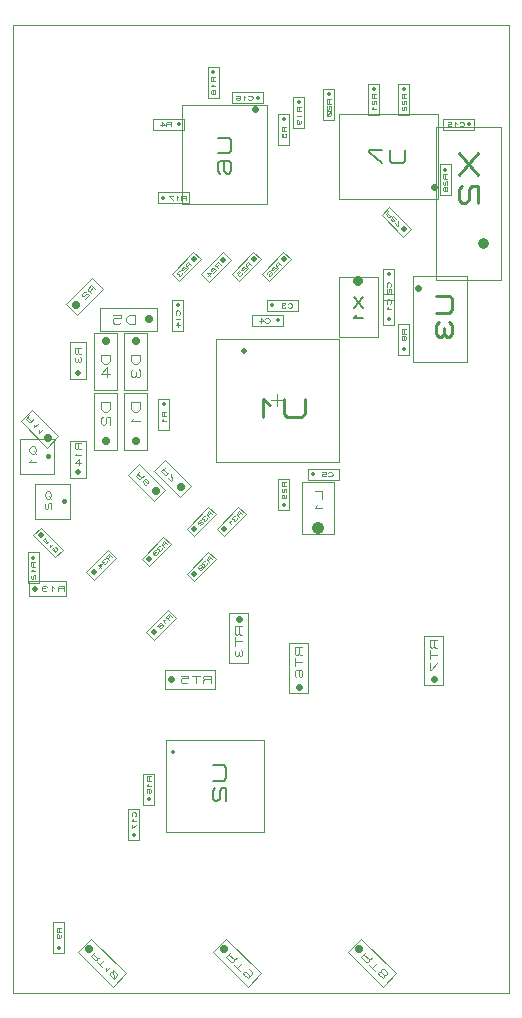
<source format=gbr>
G04 PROTEUS GERBER X2 FILE*
%TF.GenerationSoftware,Labcenter,Proteus,8.16-SP3-Build36097*%
%TF.CreationDate,2024-05-04T02:13:19+00:00*%
%TF.FileFunction,AssemblyDrawing,Bot*%
%TF.FilePolarity,Positive*%
%TF.Part,Single*%
%TF.SameCoordinates,{03efdd39-6268-421f-b844-547f2104f690}*%
%FSLAX45Y45*%
%MOMM*%
G01*
%TA.AperFunction,Material*%
%ADD137C,0.050000*%
%ADD164C,0.502920*%
%ADD165C,0.257850*%
%ADD54C,0.101600*%
%ADD150C,0.355600*%
%ADD151C,0.056890*%
%ADD166C,1.028700*%
%ADD167C,0.106210*%
%ADD168C,0.025400*%
%ADD148C,0.812800*%
%ADD169C,0.130990*%
%ADD170C,0.571500*%
%ADD171C,0.221060*%
%ADD172C,0.369000*%
%ADD173C,0.192560*%
%ADD174C,0.646570*%
%ADD175C,0.073890*%
%ADD176C,0.711200*%
%ADD177C,0.121370*%
%ADD178C,0.192480*%
%ADD135C,0.609600*%
%ADD147C,0.103120*%
%ADD179C,0.718420*%
%ADD180C,0.079920*%
%TA.AperFunction,Profile*%
%ADD34C,0.101600*%
%TA.AperFunction,Material*%
%ADD53C,0.100000*%
%ADD181C,0.900000*%
%ADD182C,0.268830*%
%ADD183C,0.406400*%
%ADD184C,0.096520*%
%ADD145C,0.508000*%
%ADD146C,0.076200*%
%TD.AperFunction*%
D137*
X+678698Y+1090226D02*
X+678698Y+50226D01*
X-361302Y+50226D01*
X-361302Y+1090226D01*
X+678698Y+1090226D01*
X+108698Y+570226D02*
X+208698Y+570226D01*
X+158698Y+520226D02*
X+158698Y+620226D01*
D164*
X-121302Y+990226D02*
X-121302Y+990226D01*
D165*
X+390766Y+583759D02*
X+390766Y+454832D01*
X+361758Y+429046D01*
X+245724Y+429046D01*
X+216715Y+454832D01*
X+216715Y+583759D01*
X+100681Y+532188D02*
X+42664Y+583759D01*
X+42664Y+429046D01*
D54*
X-52752Y+1199506D02*
X+208868Y+1199506D01*
X+208868Y+1290946D01*
X-52752Y+1290946D01*
X-52752Y+1199506D01*
D150*
X+164418Y+1245226D02*
X+164418Y+1245226D01*
D151*
X+59745Y+1233846D02*
X+66146Y+1228157D01*
X+85348Y+1228157D01*
X+98149Y+1239536D01*
X+98149Y+1250915D01*
X+85348Y+1262294D01*
X+66146Y+1262294D01*
X+59745Y+1256605D01*
X+8539Y+1239536D02*
X+46943Y+1239536D01*
X+21340Y+1262294D01*
X+21340Y+1228157D01*
D54*
X+417830Y-101756D02*
X+679450Y-101756D01*
X+679450Y-10316D01*
X+417830Y-10316D01*
X+417830Y-101756D01*
D150*
X+462280Y-56036D02*
X+462280Y-56036D01*
D151*
X+592557Y-67416D02*
X+598958Y-73105D01*
X+618160Y-73105D01*
X+630961Y-61726D01*
X+630961Y-50347D01*
X+618160Y-38968D01*
X+598958Y-38968D01*
X+592557Y-44657D01*
X+541351Y-38968D02*
X+573355Y-38968D01*
X+573355Y-50347D01*
X+547752Y-50347D01*
X+541351Y-56036D01*
X+541351Y-67416D01*
X+547752Y-73105D01*
X+566954Y-73105D01*
X+573355Y-67416D01*
D54*
X+373380Y-565150D02*
X+642620Y-565150D01*
X+642620Y-125730D01*
X+373380Y-125730D01*
X+373380Y-565150D01*
D166*
X+508000Y-508000D02*
X+508000Y-508000D01*
D167*
X+476136Y-195556D02*
X+539865Y-195556D01*
X+539865Y-267250D01*
X+497379Y-315046D02*
X+476136Y-338944D01*
X+539865Y-338944D01*
D54*
X+74248Y+1326506D02*
X+335868Y+1326506D01*
X+335868Y+1417946D01*
X+74248Y+1417946D01*
X+74248Y+1326506D01*
D150*
X+118698Y+1372226D02*
X+118698Y+1372226D01*
D151*
X+248975Y+1360846D02*
X+255376Y+1355157D01*
X+274578Y+1355157D01*
X+287379Y+1366536D01*
X+287379Y+1377915D01*
X+274578Y+1389294D01*
X+255376Y+1389294D01*
X+248975Y+1383605D01*
X+229773Y+1383605D02*
X+223372Y+1389294D01*
X+204170Y+1389294D01*
X+197769Y+1383605D01*
X+197769Y+1377915D01*
X+204170Y+1372226D01*
X+197769Y+1366536D01*
X+197769Y+1360846D01*
X+204170Y+1355157D01*
X+223372Y+1355157D01*
X+229773Y+1360846D01*
X+216971Y+1372226D02*
X+204170Y+1372226D01*
D54*
X+1056978Y+1210155D02*
X+1148418Y+1210155D01*
X+1148418Y+1471775D01*
X+1056978Y+1471775D01*
X+1056978Y+1210155D01*
D150*
X+1102698Y+1254605D02*
X+1102698Y+1254605D01*
D151*
X+1114078Y+1384882D02*
X+1119767Y+1391283D01*
X+1119767Y+1410485D01*
X+1108388Y+1423286D01*
X+1097009Y+1423286D01*
X+1085630Y+1410485D01*
X+1085630Y+1391283D01*
X+1091319Y+1384882D01*
X+1097009Y+1359279D02*
X+1085630Y+1346477D01*
X+1119767Y+1346477D01*
D54*
X+1056978Y+1418435D02*
X+1148418Y+1418435D01*
X+1148418Y+1680055D01*
X+1056978Y+1680055D01*
X+1056978Y+1418435D01*
D150*
X+1102698Y+1635605D02*
X+1102698Y+1635605D01*
D151*
X+1114078Y+1530932D02*
X+1119767Y+1537333D01*
X+1119767Y+1556535D01*
X+1108388Y+1569336D01*
X+1097009Y+1569336D01*
X+1085630Y+1556535D01*
X+1085630Y+1537333D01*
X+1091319Y+1530932D01*
X+1091319Y+1511730D02*
X+1085630Y+1505329D01*
X+1085630Y+1486127D01*
X+1091319Y+1479726D01*
X+1097009Y+1479726D01*
X+1102698Y+1486127D01*
X+1102698Y+1505329D01*
X+1108388Y+1511730D01*
X+1119767Y+1511730D01*
X+1119767Y+1479726D01*
D168*
X+682598Y+1108326D02*
X+1012698Y+1108326D01*
X+1012698Y+1616326D01*
X+682598Y+1616326D01*
X+682598Y+1108326D01*
D148*
X+847698Y+1578226D02*
X+847698Y+1578226D01*
D169*
X+808351Y+1440213D02*
X+886946Y+1351794D01*
X+886946Y+1440213D02*
X+808351Y+1351794D01*
X+834549Y+1292848D02*
X+808351Y+1263375D01*
X+886946Y+1263375D01*
D54*
X+1309425Y+895478D02*
X+1766625Y+895478D01*
X+1766625Y+1619378D01*
X+1309425Y+1619378D01*
X+1309425Y+895478D01*
D170*
X+1347525Y+1517778D02*
X+1347525Y+1517778D01*
D171*
X+1505043Y+1456385D02*
X+1615575Y+1456385D01*
X+1637682Y+1431516D01*
X+1637682Y+1332037D01*
X+1615575Y+1307168D01*
X+1505043Y+1307168D01*
X+1527150Y+1232559D02*
X+1505043Y+1207689D01*
X+1505043Y+1133080D01*
X+1527150Y+1108211D01*
X+1549256Y+1108211D01*
X+1571362Y+1133080D01*
X+1593469Y+1108211D01*
X+1615575Y+1108211D01*
X+1637682Y+1133080D01*
X+1637682Y+1207689D01*
X+1615575Y+1232559D01*
X+1571362Y+1182820D02*
X+1571362Y+1133080D01*
D137*
X-782426Y-2303650D02*
X-782426Y-3083650D01*
X+47574Y-2303650D02*
X+47574Y-3083650D01*
X-782426Y-2303650D02*
X+47574Y-2303650D01*
X-782426Y-3083650D02*
X+47574Y-3083650D01*
D172*
X-725426Y-2406650D02*
X-725426Y-2406650D01*
D173*
X-386219Y-2520346D02*
X-289939Y-2520346D01*
X-270683Y-2542009D01*
X-270683Y-2628661D01*
X-289939Y-2650324D01*
X-386219Y-2650324D01*
X-366963Y-2715313D02*
X-386219Y-2736976D01*
X-386219Y-2801965D01*
X-366963Y-2823628D01*
X-347707Y-2823628D01*
X-328451Y-2801965D01*
X-328451Y-2736976D01*
X-309195Y-2715313D01*
X-270683Y-2715313D01*
X-270683Y-2823628D01*
D54*
X-848022Y+321155D02*
X-756582Y+321155D01*
X-756582Y+582775D01*
X-848022Y+582775D01*
X-848022Y+321155D01*
D150*
X-802302Y+538325D02*
X-802302Y+538325D01*
D151*
X-785233Y+472056D02*
X-819370Y+472056D01*
X-819370Y+440053D01*
X-813681Y+433652D01*
X-807991Y+433652D01*
X-802302Y+440053D01*
X-802302Y+472056D01*
X-802302Y+440053D02*
X-796612Y+433652D01*
X-785233Y+433652D01*
X-807991Y+408049D02*
X-819370Y+395247D01*
X-785233Y+395247D01*
D54*
X-1632282Y+1385704D02*
X-1409572Y+1608415D01*
X-1316177Y+1515020D01*
X-1538888Y+1292310D01*
X-1632282Y+1385704D01*
D174*
X-1547868Y+1373132D02*
X-1547868Y+1373132D01*
D175*
X-1382143Y+1511101D02*
X-1413491Y+1542449D01*
X-1442881Y+1513060D01*
X-1443534Y+1501958D01*
X-1438309Y+1496733D01*
X-1427207Y+1497386D01*
X-1397817Y+1526775D01*
X-1427207Y+1497386D02*
X-1427859Y+1486283D01*
X-1417410Y+1475834D01*
X-1461167Y+1484324D02*
X-1472270Y+1483671D01*
X-1489904Y+1466037D01*
X-1490557Y+1454935D01*
X-1485332Y+1449710D01*
X-1474230Y+1450363D01*
X-1456596Y+1467996D01*
X-1445493Y+1468650D01*
X-1435043Y+1458200D01*
X-1464433Y+1428811D01*
D54*
X-1133382Y+152376D02*
X-943222Y+152376D01*
X-943222Y+632076D01*
X-1133382Y+632076D01*
X-1133382Y+152376D01*
D176*
X-1038302Y+222226D02*
X-1038302Y+222226D01*
D177*
X-1001889Y+554169D02*
X-1074714Y+554169D01*
X-1074714Y+499550D01*
X-1050439Y+472241D01*
X-1026164Y+472241D01*
X-1001889Y+499550D01*
X-1001889Y+554169D01*
X-1050439Y+417622D02*
X-1074714Y+390312D01*
X-1001889Y+390312D01*
D54*
X-1387382Y+152376D02*
X-1197222Y+152376D01*
X-1197222Y+632076D01*
X-1387382Y+632076D01*
X-1387382Y+152376D01*
D176*
X-1292302Y+222226D02*
X-1292302Y+222226D01*
D177*
X-1255889Y+554169D02*
X-1328714Y+554169D01*
X-1328714Y+499550D01*
X-1304439Y+472241D01*
X-1280164Y+472241D01*
X-1255889Y+499550D01*
X-1255889Y+554169D01*
X-1316577Y+431277D02*
X-1328714Y+417622D01*
X-1328714Y+376658D01*
X-1316577Y+363003D01*
X-1304439Y+363003D01*
X-1292302Y+376658D01*
X-1292302Y+417622D01*
X-1280164Y+431277D01*
X-1255889Y+431277D01*
X-1255889Y+363003D01*
D54*
X-1133382Y+660376D02*
X-943222Y+660376D01*
X-943222Y+1140076D01*
X-1133382Y+1140076D01*
X-1133382Y+660376D01*
D176*
X-1038302Y+1070226D02*
X-1038302Y+1070226D01*
D177*
X-1001889Y+956759D02*
X-1074714Y+956759D01*
X-1074714Y+902140D01*
X-1050439Y+874831D01*
X-1026164Y+874831D01*
X-1001889Y+902140D01*
X-1001889Y+956759D01*
X-1062577Y+833867D02*
X-1074714Y+820212D01*
X-1074714Y+779248D01*
X-1062577Y+765593D01*
X-1050439Y+765593D01*
X-1038302Y+779248D01*
X-1026164Y+765593D01*
X-1014026Y+765593D01*
X-1001889Y+779248D01*
X-1001889Y+820212D01*
X-1014026Y+833867D01*
X-1038302Y+806557D02*
X-1038302Y+779248D01*
D54*
X-1387382Y+660376D02*
X-1197222Y+660376D01*
X-1197222Y+1140076D01*
X-1387382Y+1140076D01*
X-1387382Y+660376D01*
D176*
X-1292302Y+1070226D02*
X-1292302Y+1070226D01*
D177*
X-1255889Y+956759D02*
X-1328714Y+956759D01*
X-1328714Y+902140D01*
X-1304439Y+874831D01*
X-1280164Y+874831D01*
X-1255889Y+902140D01*
X-1255889Y+956759D01*
X-1280164Y+765593D02*
X-1280164Y+847521D01*
X-1328714Y+792902D01*
X-1255889Y+792902D01*
D54*
X-727969Y+1157488D02*
X-636529Y+1157488D01*
X-636529Y+1419108D01*
X-727969Y+1419108D01*
X-727969Y+1157488D01*
D150*
X-682249Y+1374658D02*
X-682249Y+1374658D01*
D151*
X-670869Y+1295588D02*
X-665180Y+1301989D01*
X-665180Y+1321191D01*
X-676559Y+1333992D01*
X-687938Y+1333992D01*
X-699317Y+1321191D01*
X-699317Y+1301989D01*
X-693628Y+1295588D01*
X-687938Y+1269985D02*
X-699317Y+1257183D01*
X-665180Y+1257183D01*
X-676559Y+1193176D02*
X-676559Y+1231580D01*
X-699317Y+1205977D01*
X-665180Y+1205977D01*
D54*
X+1228800Y+1952845D02*
X+1043807Y+2137838D01*
X+1108465Y+2202496D01*
X+1293458Y+2017503D01*
X+1228800Y+1952845D01*
D164*
X+1229698Y+2016605D02*
X+1229698Y+2016605D01*
D151*
X+1101786Y+2168657D02*
X+1077647Y+2144518D01*
X+1100277Y+2121889D01*
X+1108826Y+2121385D01*
X+1112849Y+2125409D01*
X+1112346Y+2133958D01*
X+1089716Y+2156587D01*
X+1112346Y+2133958D02*
X+1120895Y+2133455D01*
X+1128942Y+2141501D01*
X+1122404Y+2107808D02*
X+1122907Y+2099259D01*
X+1136485Y+2085681D01*
X+1145034Y+2085177D01*
X+1149057Y+2089201D01*
X+1148554Y+2097750D01*
X+1134976Y+2111328D01*
X+1134473Y+2119877D01*
X+1142519Y+2127923D01*
X+1165150Y+2105293D01*
X+1154589Y+2067577D02*
X+1177219Y+2044947D01*
X+1181242Y+2048969D01*
X+1178727Y+2091715D01*
D54*
X+167978Y+2734155D02*
X+259418Y+2734155D01*
X+259418Y+2995775D01*
X+167978Y+2995775D01*
X+167978Y+2734155D01*
D150*
X+213698Y+2951325D02*
X+213698Y+2951325D01*
D151*
X+230767Y+2885056D02*
X+196630Y+2885056D01*
X+196630Y+2853053D01*
X+202319Y+2846652D01*
X+208009Y+2846652D01*
X+213698Y+2853053D01*
X+213698Y+2885056D01*
X+213698Y+2853053D02*
X+219388Y+2846652D01*
X+230767Y+2846652D01*
X+196630Y+2795446D02*
X+196630Y+2827450D01*
X+208009Y+2827450D01*
X+208009Y+2801847D01*
X+213698Y+2795446D01*
X+225078Y+2795446D01*
X+230767Y+2801847D01*
X+230767Y+2821049D01*
X+225078Y+2827450D01*
D54*
X+1536703Y+2305368D02*
X+1628143Y+2305368D01*
X+1628143Y+2566988D01*
X+1536703Y+2566988D01*
X+1536703Y+2305368D01*
D150*
X+1582423Y+2522538D02*
X+1582423Y+2522538D01*
D151*
X+1599492Y+2481872D02*
X+1565355Y+2481872D01*
X+1565355Y+2449869D01*
X+1571044Y+2443468D01*
X+1576734Y+2443468D01*
X+1582423Y+2449869D01*
X+1582423Y+2481872D01*
X+1582423Y+2449869D02*
X+1588113Y+2443468D01*
X+1599492Y+2443468D01*
X+1571044Y+2424266D02*
X+1565355Y+2417865D01*
X+1565355Y+2398663D01*
X+1571044Y+2392262D01*
X+1576734Y+2392262D01*
X+1582423Y+2398663D01*
X+1582423Y+2417865D01*
X+1588113Y+2424266D01*
X+1599492Y+2424266D01*
X+1599492Y+2392262D01*
X+1582423Y+2366659D02*
X+1576734Y+2373060D01*
X+1571044Y+2373060D01*
X+1565355Y+2366659D01*
X+1565355Y+2347457D01*
X+1571044Y+2341056D01*
X+1576734Y+2341056D01*
X+1582423Y+2347457D01*
X+1582423Y+2366659D01*
X+1588113Y+2373060D01*
X+1593803Y+2373060D01*
X+1599492Y+2366659D01*
X+1599492Y+2347457D01*
X+1593803Y+2341056D01*
X+1588113Y+2341056D01*
X+1582423Y+2347457D01*
D54*
X-484542Y+1761707D02*
X-669535Y+1576714D01*
X-734193Y+1641372D01*
X-549200Y+1826365D01*
X-484542Y+1761707D01*
D164*
X-548302Y+1762605D02*
X-548302Y+1762605D01*
D151*
X-567591Y+1719176D02*
X-591730Y+1743315D01*
X-614359Y+1720685D01*
X-614863Y+1712136D01*
X-610839Y+1708113D01*
X-602290Y+1708616D01*
X-579661Y+1731246D01*
X-602290Y+1708616D02*
X-602793Y+1700067D01*
X-594747Y+1692020D01*
X-628440Y+1698558D02*
X-636989Y+1698055D01*
X-650567Y+1684477D01*
X-651071Y+1675928D01*
X-647047Y+1671905D01*
X-638498Y+1672408D01*
X-624920Y+1685986D01*
X-616371Y+1686489D01*
X-608325Y+1678443D01*
X-630955Y+1655812D01*
X-664648Y+1662350D02*
X-673197Y+1661847D01*
X-686775Y+1648269D01*
X-687279Y+1639720D01*
X-683255Y+1635697D01*
X-674706Y+1636200D01*
X-675209Y+1627651D01*
X-671186Y+1623627D01*
X-662637Y+1624131D01*
X-649059Y+1637708D01*
X-648555Y+1646257D01*
X-665655Y+1645252D02*
X-674706Y+1636200D01*
D54*
X-235410Y+1756839D02*
X-420403Y+1571846D01*
X-485061Y+1636504D01*
X-300068Y+1821497D01*
X-235410Y+1756839D01*
D164*
X-299170Y+1757737D02*
X-299170Y+1757737D01*
D151*
X-318459Y+1714308D02*
X-342598Y+1738447D01*
X-365227Y+1715817D01*
X-365731Y+1707268D01*
X-361707Y+1703245D01*
X-353158Y+1703748D01*
X-330529Y+1726378D01*
X-353158Y+1703748D02*
X-353661Y+1695199D01*
X-345615Y+1687152D01*
X-379308Y+1693690D02*
X-387857Y+1693187D01*
X-401435Y+1679609D01*
X-401939Y+1671060D01*
X-397915Y+1667037D01*
X-389366Y+1667540D01*
X-375788Y+1681118D01*
X-367239Y+1681621D01*
X-359193Y+1673575D01*
X-381823Y+1650944D01*
X-426077Y+1622783D02*
X-398921Y+1649938D01*
X-433118Y+1647927D01*
X-408979Y+1623788D01*
D54*
X+23458Y+1761707D02*
X-161535Y+1576714D01*
X-226193Y+1641372D01*
X-41200Y+1826365D01*
X+23458Y+1761707D01*
D164*
X-40302Y+1762605D02*
X-40302Y+1762605D01*
D151*
X-59591Y+1719176D02*
X-83730Y+1743315D01*
X-106359Y+1720685D01*
X-106863Y+1712136D01*
X-102839Y+1708113D01*
X-94290Y+1708616D01*
X-71661Y+1731246D01*
X-94290Y+1708616D02*
X-94793Y+1700067D01*
X-86747Y+1692020D01*
X-120440Y+1698558D02*
X-128989Y+1698055D01*
X-142567Y+1684477D01*
X-143071Y+1675928D01*
X-139047Y+1671905D01*
X-130498Y+1672408D01*
X-116920Y+1685986D01*
X-108371Y+1686489D01*
X-100325Y+1678443D01*
X-122955Y+1655812D01*
X-183301Y+1643743D02*
X-160671Y+1666373D01*
X-152625Y+1658327D01*
X-170729Y+1640223D01*
X-171233Y+1631674D01*
X-163186Y+1623627D01*
X-154637Y+1624131D01*
X-141059Y+1637708D01*
X-140555Y+1646257D01*
D54*
X+277458Y+1761707D02*
X+92465Y+1576714D01*
X+27807Y+1641372D01*
X+212800Y+1826365D01*
X+277458Y+1761707D01*
D164*
X+213698Y+1762605D02*
X+213698Y+1762605D01*
D151*
X+194409Y+1719176D02*
X+170270Y+1743315D01*
X+147641Y+1720685D01*
X+147137Y+1712136D01*
X+151161Y+1708113D01*
X+159710Y+1708616D01*
X+182339Y+1731246D01*
X+159710Y+1708616D02*
X+159207Y+1700067D01*
X+167253Y+1692020D01*
X+133560Y+1698558D02*
X+125011Y+1698055D01*
X+111433Y+1684477D01*
X+110929Y+1675928D01*
X+114953Y+1671905D01*
X+123502Y+1672408D01*
X+137080Y+1685986D01*
X+145629Y+1686489D01*
X+153675Y+1678443D01*
X+131045Y+1655812D01*
X+74721Y+1639720D02*
X+75225Y+1648269D01*
X+88803Y+1661847D01*
X+97352Y+1662350D01*
X+113445Y+1646257D01*
X+112941Y+1637708D01*
X+99363Y+1624131D01*
X+90814Y+1623627D01*
X+86791Y+1627651D01*
X+87294Y+1636200D01*
X+105398Y+1654304D01*
D54*
X-649902Y+2232505D02*
X+73998Y+2232505D01*
X+73998Y+3070705D01*
X-649902Y+3070705D01*
X-649902Y+2232505D01*
D170*
X-27602Y+3032605D02*
X-27602Y+3032605D01*
D178*
X-345699Y+2791508D02*
X-249454Y+2791508D01*
X-230205Y+2769853D01*
X-230205Y+2683233D01*
X-249454Y+2661578D01*
X-345699Y+2661578D01*
X-326450Y+2488338D02*
X-345699Y+2509993D01*
X-345699Y+2574958D01*
X-326450Y+2596613D01*
X-249454Y+2596613D01*
X-230205Y+2574958D01*
X-230205Y+2509993D01*
X-249454Y+2488338D01*
X-268703Y+2488338D01*
X-287952Y+2509993D01*
X-287952Y+2596613D01*
D54*
X+683598Y+2270605D02*
X+1521798Y+2270605D01*
X+1521798Y+2994505D01*
X+683598Y+2994505D01*
X+683598Y+2270605D01*
D170*
X+1483698Y+2372205D02*
X+1483698Y+2372205D01*
D178*
X+1242601Y+2690302D02*
X+1242601Y+2594057D01*
X+1220946Y+2574808D01*
X+1134326Y+2574808D01*
X+1112671Y+2594057D01*
X+1112671Y+2690302D01*
X+1047706Y+2690302D02*
X+939431Y+2690302D01*
X+939431Y+2671053D01*
X+1047706Y+2574808D01*
D54*
X+929978Y+2988155D02*
X+1021418Y+2988155D01*
X+1021418Y+3249775D01*
X+929978Y+3249775D01*
X+929978Y+2988155D01*
D150*
X+975698Y+3205325D02*
X+975698Y+3205325D01*
D151*
X+992767Y+3164659D02*
X+958630Y+3164659D01*
X+958630Y+3132656D01*
X+964319Y+3126255D01*
X+970009Y+3126255D01*
X+975698Y+3132656D01*
X+975698Y+3164659D01*
X+975698Y+3132656D02*
X+981388Y+3126255D01*
X+992767Y+3126255D01*
X+964319Y+3107053D02*
X+958630Y+3100652D01*
X+958630Y+3081450D01*
X+964319Y+3075049D01*
X+970009Y+3075049D01*
X+975698Y+3081450D01*
X+975698Y+3100652D01*
X+981388Y+3107053D01*
X+992767Y+3107053D01*
X+992767Y+3075049D01*
X+970009Y+3049446D02*
X+958630Y+3036644D01*
X+992767Y+3036644D01*
D54*
X+1183978Y+2988155D02*
X+1275418Y+2988155D01*
X+1275418Y+3249775D01*
X+1183978Y+3249775D01*
X+1183978Y+2988155D01*
D150*
X+1229698Y+3205325D02*
X+1229698Y+3205325D01*
D151*
X+1246767Y+3164659D02*
X+1212630Y+3164659D01*
X+1212630Y+3132656D01*
X+1218319Y+3126255D01*
X+1224009Y+3126255D01*
X+1229698Y+3132656D01*
X+1229698Y+3164659D01*
X+1229698Y+3132656D02*
X+1235388Y+3126255D01*
X+1246767Y+3126255D01*
X+1218319Y+3107053D02*
X+1212630Y+3100652D01*
X+1212630Y+3081450D01*
X+1218319Y+3075049D01*
X+1224009Y+3075049D01*
X+1229698Y+3081450D01*
X+1229698Y+3100652D01*
X+1235388Y+3107053D01*
X+1246767Y+3107053D01*
X+1246767Y+3075049D01*
X+1218319Y+3055847D02*
X+1212630Y+3049446D01*
X+1212630Y+3030244D01*
X+1218319Y+3023843D01*
X+1224009Y+3023843D01*
X+1229698Y+3030244D01*
X+1229698Y+3049446D01*
X+1235388Y+3055847D01*
X+1246767Y+3055847D01*
X+1246767Y+3023843D01*
D54*
X+1566248Y+2859885D02*
X+1827868Y+2859885D01*
X+1827868Y+2951325D01*
X+1566248Y+2951325D01*
X+1566248Y+2859885D01*
D150*
X+1783418Y+2905605D02*
X+1783418Y+2905605D01*
D151*
X+1704348Y+2894225D02*
X+1710749Y+2888536D01*
X+1729951Y+2888536D01*
X+1742752Y+2899915D01*
X+1742752Y+2911294D01*
X+1729951Y+2922673D01*
X+1710749Y+2922673D01*
X+1704348Y+2916984D01*
X+1678745Y+2911294D02*
X+1665943Y+2922673D01*
X+1665943Y+2888536D01*
X+1601936Y+2922673D02*
X+1633940Y+2922673D01*
X+1633940Y+2911294D01*
X+1608337Y+2911294D01*
X+1601936Y+2905605D01*
X+1601936Y+2894225D01*
X+1608337Y+2888536D01*
X+1627539Y+2888536D01*
X+1633940Y+2894225D01*
D54*
X-223752Y+3085885D02*
X+37868Y+3085885D01*
X+37868Y+3177325D01*
X-223752Y+3177325D01*
X-223752Y+3085885D01*
D150*
X-6582Y+3131605D02*
X-6582Y+3131605D01*
D151*
X-85652Y+3120225D02*
X-79251Y+3114536D01*
X-60049Y+3114536D01*
X-47248Y+3125915D01*
X-47248Y+3137294D01*
X-60049Y+3148673D01*
X-79251Y+3148673D01*
X-85652Y+3142984D01*
X-111255Y+3137294D02*
X-124057Y+3148673D01*
X-124057Y+3114536D01*
X-188064Y+3142984D02*
X-181663Y+3148673D01*
X-162461Y+3148673D01*
X-156060Y+3142984D01*
X-156060Y+3120225D01*
X-162461Y+3114536D01*
X-181663Y+3114536D01*
X-188064Y+3120225D01*
X-188064Y+3125915D01*
X-181663Y+3131605D01*
X-156060Y+3131605D01*
D54*
X-852170Y+2240280D02*
X-590550Y+2240280D01*
X-590550Y+2331720D01*
X-852170Y+2331720D01*
X-852170Y+2240280D01*
D150*
X-807720Y+2286000D02*
X-807720Y+2286000D01*
D151*
X-613436Y+2268931D02*
X-613436Y+2303068D01*
X-645439Y+2303068D01*
X-651840Y+2297379D01*
X-651840Y+2291689D01*
X-645439Y+2286000D01*
X-613436Y+2286000D01*
X-645439Y+2286000D02*
X-651840Y+2280310D01*
X-651840Y+2268931D01*
X-677443Y+2291689D02*
X-690245Y+2303068D01*
X-690245Y+2268931D01*
X-722248Y+2303068D02*
X-754252Y+2303068D01*
X-754252Y+2297379D01*
X-722248Y+2268931D01*
D54*
X-426720Y+3130550D02*
X-335280Y+3130550D01*
X-335280Y+3392170D01*
X-426720Y+3392170D01*
X-426720Y+3130550D01*
D150*
X-381000Y+3347720D02*
X-381000Y+3347720D01*
D151*
X-363931Y+3307054D02*
X-398068Y+3307054D01*
X-398068Y+3275051D01*
X-392379Y+3268650D01*
X-386689Y+3268650D01*
X-381000Y+3275051D01*
X-381000Y+3307054D01*
X-381000Y+3275051D02*
X-375310Y+3268650D01*
X-363931Y+3268650D01*
X-386689Y+3243047D02*
X-398068Y+3230245D01*
X-363931Y+3230245D01*
X-381000Y+3191841D02*
X-386689Y+3198242D01*
X-392379Y+3198242D01*
X-398068Y+3191841D01*
X-398068Y+3172639D01*
X-392379Y+3166238D01*
X-386689Y+3166238D01*
X-381000Y+3172639D01*
X-381000Y+3191841D01*
X-375310Y+3198242D01*
X-369620Y+3198242D01*
X-363931Y+3191841D01*
X-363931Y+3172639D01*
X-369620Y+3166238D01*
X-375310Y+3166238D01*
X-381000Y+3172639D01*
D54*
X+294978Y+2876550D02*
X+386418Y+2876550D01*
X+386418Y+3138170D01*
X+294978Y+3138170D01*
X+294978Y+2876550D01*
D150*
X+340698Y+3093720D02*
X+340698Y+3093720D01*
D151*
X+357767Y+3053054D02*
X+323630Y+3053054D01*
X+323630Y+3021051D01*
X+329319Y+3014650D01*
X+335009Y+3014650D01*
X+340698Y+3021051D01*
X+340698Y+3053054D01*
X+340698Y+3021051D02*
X+346388Y+3014650D01*
X+357767Y+3014650D01*
X+335009Y+2989047D02*
X+323630Y+2976245D01*
X+357767Y+2976245D01*
X+335009Y+2912238D02*
X+340698Y+2918639D01*
X+340698Y+2937841D01*
X+335009Y+2944242D01*
X+329319Y+2944242D01*
X+323630Y+2937841D01*
X+323630Y+2918639D01*
X+329319Y+2912238D01*
X+352078Y+2912238D01*
X+357767Y+2918639D01*
X+357767Y+2937841D01*
D54*
X+548978Y+2942435D02*
X+640418Y+2942435D01*
X+640418Y+3204055D01*
X+548978Y+3204055D01*
X+548978Y+2942435D01*
D150*
X+594698Y+3159605D02*
X+594698Y+3159605D01*
D151*
X+611767Y+3118939D02*
X+577630Y+3118939D01*
X+577630Y+3086936D01*
X+583319Y+3080535D01*
X+589009Y+3080535D01*
X+594698Y+3086936D01*
X+594698Y+3118939D01*
X+594698Y+3086936D02*
X+600388Y+3080535D01*
X+611767Y+3080535D01*
X+583319Y+3061333D02*
X+577630Y+3054932D01*
X+577630Y+3035730D01*
X+583319Y+3029329D01*
X+589009Y+3029329D01*
X+594698Y+3035730D01*
X+594698Y+3054932D01*
X+600388Y+3061333D01*
X+611767Y+3061333D01*
X+611767Y+3029329D01*
X+606078Y+3016527D02*
X+583319Y+3016527D01*
X+577630Y+3010127D01*
X+577630Y+2984524D01*
X+583319Y+2978123D01*
X+606078Y+2978123D01*
X+611767Y+2984524D01*
X+611767Y+3010127D01*
X+606078Y+3016527D01*
X+611767Y+3016527D02*
X+577630Y+2978123D01*
D54*
X-1339152Y+1159525D02*
X-859452Y+1159525D01*
X-859452Y+1349685D01*
X-1339152Y+1349685D01*
X-1339152Y+1159525D01*
D176*
X-929302Y+1254605D02*
X-929302Y+1254605D01*
D177*
X-1042769Y+1218192D02*
X-1042769Y+1291017D01*
X-1097388Y+1291017D01*
X-1124697Y+1266742D01*
X-1124697Y+1242467D01*
X-1097388Y+1218192D01*
X-1042769Y+1218192D01*
X-1233935Y+1291017D02*
X-1165661Y+1291017D01*
X-1165661Y+1266742D01*
X-1220280Y+1266742D01*
X-1233935Y+1254605D01*
X-1233935Y+1230329D01*
X-1220280Y+1218192D01*
X-1179316Y+1218192D01*
X-1165661Y+1230329D01*
D54*
X-892472Y+2859885D02*
X-630852Y+2859885D01*
X-630852Y+2951325D01*
X-892472Y+2951325D01*
X-892472Y+2859885D01*
D150*
X-675302Y+2905605D02*
X-675302Y+2905605D01*
D151*
X-741571Y+2888536D02*
X-741571Y+2922673D01*
X-773574Y+2922673D01*
X-779975Y+2916984D01*
X-779975Y+2911294D01*
X-773574Y+2905605D01*
X-741571Y+2905605D01*
X-773574Y+2905605D02*
X-779975Y+2899915D01*
X-779975Y+2888536D01*
X-831181Y+2899915D02*
X-792777Y+2899915D01*
X-818380Y+2922673D01*
X-818380Y+2888536D01*
D54*
X-246042Y-1651155D02*
X-88562Y-1651155D01*
X-88562Y-1234595D01*
X-246042Y-1234595D01*
X-246042Y-1651155D01*
D135*
X-167302Y-1285395D02*
X-167302Y-1285395D01*
D147*
X-136364Y-1344299D02*
X-198239Y-1344299D01*
X-198239Y-1402305D01*
X-187926Y-1413907D01*
X-177614Y-1413907D01*
X-167302Y-1402305D01*
X-167302Y-1344299D01*
X-167302Y-1402305D02*
X-156989Y-1413907D01*
X-136364Y-1413907D01*
X-198239Y-1437110D02*
X-198239Y-1506718D01*
X-198239Y-1471914D02*
X-136364Y-1471914D01*
X-187926Y-1541522D02*
X-198239Y-1553123D01*
X-198239Y-1587927D01*
X-187926Y-1599529D01*
X-177614Y-1599529D01*
X-167302Y-1587927D01*
X-156989Y-1599529D01*
X-146677Y-1599529D01*
X-136364Y-1587927D01*
X-136364Y-1553123D01*
X-146677Y-1541522D01*
X-167302Y-1564725D02*
X-167302Y-1587927D01*
D54*
X-787062Y-1872135D02*
X-370502Y-1872135D01*
X-370502Y-1714655D01*
X-787062Y-1714655D01*
X-787062Y-1872135D01*
D135*
X-736262Y-1793395D02*
X-736262Y-1793395D01*
D147*
X-398926Y-1824333D02*
X-398926Y-1762458D01*
X-456932Y-1762458D01*
X-468534Y-1772771D01*
X-468534Y-1783083D01*
X-456932Y-1793395D01*
X-398926Y-1793395D01*
X-456932Y-1793395D02*
X-468534Y-1803708D01*
X-468534Y-1824333D01*
X-491737Y-1762458D02*
X-561345Y-1762458D01*
X-526541Y-1762458D02*
X-526541Y-1824333D01*
X-654156Y-1762458D02*
X-596149Y-1762458D01*
X-596149Y-1783083D01*
X-642554Y-1783083D01*
X-654156Y-1793395D01*
X-654156Y-1814020D01*
X-642554Y-1824333D01*
X-607750Y-1824333D01*
X-596149Y-1814020D01*
D54*
X+261958Y-1905155D02*
X+419438Y-1905155D01*
X+419438Y-1488595D01*
X+261958Y-1488595D01*
X+261958Y-1905155D01*
D135*
X+340698Y-1854355D02*
X+340698Y-1854355D01*
D147*
X+371636Y-1517019D02*
X+309761Y-1517019D01*
X+309761Y-1575025D01*
X+320074Y-1586627D01*
X+330386Y-1586627D01*
X+340698Y-1575025D01*
X+340698Y-1517019D01*
X+340698Y-1575025D02*
X+351011Y-1586627D01*
X+371636Y-1586627D01*
X+309761Y-1609830D02*
X+309761Y-1679438D01*
X+309761Y-1644634D02*
X+371636Y-1644634D01*
X+320074Y-1772249D02*
X+309761Y-1760647D01*
X+309761Y-1725843D01*
X+320074Y-1714242D01*
X+361323Y-1714242D01*
X+371636Y-1725843D01*
X+371636Y-1760647D01*
X+361323Y-1772249D01*
X+351011Y-1772249D01*
X+340698Y-1760647D01*
X+340698Y-1714242D01*
D54*
X+1404958Y-1844195D02*
X+1562438Y-1844195D01*
X+1562438Y-1427635D01*
X+1404958Y-1427635D01*
X+1404958Y-1844195D01*
D135*
X+1483698Y-1793395D02*
X+1483698Y-1793395D01*
D147*
X+1514636Y-1456059D02*
X+1452761Y-1456059D01*
X+1452761Y-1514065D01*
X+1463074Y-1525667D01*
X+1473386Y-1525667D01*
X+1483698Y-1514065D01*
X+1483698Y-1456059D01*
X+1483698Y-1514065D02*
X+1494011Y-1525667D01*
X+1514636Y-1525667D01*
X+1452761Y-1548870D02*
X+1452761Y-1618478D01*
X+1452761Y-1583674D02*
X+1514636Y-1583674D01*
X+1452761Y-1653282D02*
X+1452761Y-1711289D01*
X+1463074Y-1711289D01*
X+1514636Y-1653282D01*
D54*
X-274545Y-3987796D02*
X+20007Y-4282349D01*
X-91348Y-4393704D01*
X-385901Y-4099152D01*
X-274545Y-3987796D01*
D179*
X-294302Y-4079395D02*
X-294302Y-4079395D01*
D147*
X-228851Y-4101093D02*
X-272604Y-4144846D01*
X-231587Y-4185862D01*
X-216091Y-4186773D01*
X-208799Y-4179482D01*
X-209711Y-4163986D01*
X-250728Y-4122970D01*
X-209711Y-4163986D02*
X-194215Y-4164898D01*
X-179631Y-4150314D01*
X-206977Y-4210473D02*
X-157756Y-4259693D01*
X-182366Y-4235083D02*
X-138614Y-4191331D01*
X-77544Y-4310737D02*
X-78456Y-4295241D01*
X-103067Y-4270631D01*
X-118561Y-4269720D01*
X-125853Y-4277011D01*
X-124942Y-4292507D01*
X-100332Y-4317117D01*
X-84836Y-4318028D01*
X-55668Y-4288861D01*
X-56580Y-4273365D01*
X-81190Y-4248755D01*
D54*
X-1417545Y-3987796D02*
X-1122993Y-4282349D01*
X-1234348Y-4393704D01*
X-1528901Y-4099152D01*
X-1417545Y-3987796D01*
D179*
X-1437302Y-4079395D02*
X-1437302Y-4079395D01*
D180*
X-1380055Y-4102734D02*
X-1413963Y-4136642D01*
X-1382175Y-4168430D01*
X-1370166Y-4169136D01*
X-1364515Y-4163485D01*
X-1365221Y-4151476D01*
X-1397009Y-4119688D01*
X-1365221Y-4151476D02*
X-1353212Y-4152182D01*
X-1341910Y-4140880D01*
X-1363102Y-4187503D02*
X-1324956Y-4225648D01*
X-1344029Y-4206575D02*
X-1310122Y-4172668D01*
X-1288223Y-4239776D02*
X-1286810Y-4263794D01*
X-1252903Y-4229887D01*
X-1233125Y-4260968D02*
X-1255729Y-4283572D01*
X-1255023Y-4295581D01*
X-1229593Y-4321012D01*
X-1217584Y-4321718D01*
X-1194979Y-4299113D01*
X-1195685Y-4287104D01*
X-1221116Y-4261674D01*
X-1233125Y-4260968D01*
X-1227473Y-4255316D02*
X-1223235Y-4327369D01*
D54*
X+868455Y-3987796D02*
X+1163007Y-4282349D01*
X+1051652Y-4393704D01*
X+757099Y-4099152D01*
X+868455Y-3987796D01*
D179*
X+848698Y-4079395D02*
X+848698Y-4079395D01*
D147*
X+914149Y-4101093D02*
X+870396Y-4144846D01*
X+911413Y-4185862D01*
X+926909Y-4186773D01*
X+934201Y-4179482D01*
X+933289Y-4163986D01*
X+892272Y-4122970D01*
X+933289Y-4163986D02*
X+948785Y-4164898D01*
X+963369Y-4150314D01*
X+936023Y-4210473D02*
X+985244Y-4259693D01*
X+960634Y-4235083D02*
X+1004386Y-4191331D01*
X+1039933Y-4270631D02*
X+1024439Y-4269720D01*
X+1017147Y-4277011D01*
X+1018058Y-4292507D01*
X+1042668Y-4317117D01*
X+1058164Y-4318028D01*
X+1065456Y-4310737D01*
X+1064544Y-4295241D01*
X+1039933Y-4270631D01*
X+1039023Y-4255136D01*
X+1046314Y-4247844D01*
X+1061810Y-4248755D01*
X+1086420Y-4273365D01*
X+1087332Y-4288861D01*
X+1080040Y-4296153D01*
X+1064544Y-4295241D01*
D54*
X-1102022Y-3153565D02*
X-1010582Y-3153565D01*
X-1010582Y-2891945D01*
X-1102022Y-2891945D01*
X-1102022Y-3153565D01*
D150*
X-1056302Y-3109115D02*
X-1056302Y-3109115D01*
D151*
X-1044922Y-2953235D02*
X-1039233Y-2946834D01*
X-1039233Y-2927632D01*
X-1050612Y-2914831D01*
X-1061991Y-2914831D01*
X-1073370Y-2927632D01*
X-1073370Y-2946834D01*
X-1067681Y-2953235D01*
X-1061991Y-2978838D02*
X-1073370Y-2991640D01*
X-1039233Y-2991640D01*
X-1073370Y-3023643D02*
X-1073370Y-3055647D01*
X-1067681Y-3055647D01*
X-1039233Y-3023643D01*
D54*
X-882210Y-286473D02*
X-1104921Y-63763D01*
X-1011526Y+29632D01*
X-788816Y-193079D01*
X-882210Y-286473D01*
D174*
X-869638Y-202059D02*
X-869638Y-202059D01*
D175*
X-1007607Y-36334D02*
X-1038955Y-67682D01*
X-1009566Y-97072D01*
X-998464Y-97725D01*
X-993239Y-92500D01*
X-993892Y-81398D01*
X-1023281Y-52008D01*
X-993892Y-81398D02*
X-982789Y-82050D01*
X-972340Y-71601D01*
X-951441Y-144748D02*
X-962543Y-144095D01*
X-980177Y-126461D01*
X-980830Y-115358D01*
X-959931Y-94459D01*
X-948828Y-95112D01*
X-931194Y-112746D01*
X-930541Y-123848D01*
X-935766Y-129073D01*
X-946869Y-128421D01*
X-970381Y-104909D01*
D54*
X-664006Y-250678D02*
X-886717Y-27968D01*
X-793322Y+65427D01*
X-570612Y-157284D01*
X-664006Y-250678D01*
D174*
X-651434Y-166264D02*
X-651434Y-166264D01*
D175*
X-789403Y-539D02*
X-820751Y-31887D01*
X-791362Y-61277D01*
X-780260Y-61930D01*
X-775035Y-56705D01*
X-775688Y-45603D01*
X-805077Y-16213D01*
X-775688Y-45603D02*
X-764585Y-46255D01*
X-754136Y-35806D01*
X-767851Y-84788D02*
X-738462Y-114177D01*
X-733237Y-108953D01*
X-736502Y-53439D01*
D54*
X+167979Y-359565D02*
X+259419Y-359565D01*
X+259419Y-97945D01*
X+167979Y-97945D01*
X+167979Y-359565D01*
D150*
X+213699Y-315115D02*
X+213699Y-315115D01*
D151*
X+230768Y-120831D02*
X+196631Y-120831D01*
X+196631Y-152834D01*
X+202320Y-159235D01*
X+208010Y-159235D01*
X+213699Y-152834D01*
X+213699Y-120831D01*
X+213699Y-152834D02*
X+219389Y-159235D01*
X+230768Y-159235D01*
X+202320Y-178437D02*
X+196631Y-184838D01*
X+196631Y-204040D01*
X+202320Y-210441D01*
X+208010Y-210441D01*
X+213699Y-204040D01*
X+213699Y-184838D01*
X+219389Y-178437D01*
X+230768Y-178437D01*
X+230768Y-210441D01*
X+208010Y-261647D02*
X+213699Y-255246D01*
X+213699Y-236044D01*
X+208010Y-229643D01*
X+202320Y-229643D01*
X+196631Y-236044D01*
X+196631Y-255246D01*
X+202320Y-261647D01*
X+225079Y-261647D01*
X+230768Y-255246D01*
X+230768Y-236044D01*
D54*
X-607194Y-898628D02*
X-422201Y-713635D01*
X-357543Y-778293D01*
X-542536Y-963286D01*
X-607194Y-898628D01*
D164*
X-543434Y-899526D02*
X-543434Y-899526D01*
D151*
X-391381Y-771613D02*
X-415520Y-747474D01*
X-438149Y-770104D01*
X-438653Y-778653D01*
X-434629Y-782676D01*
X-426080Y-782173D01*
X-403451Y-759543D01*
X-426080Y-782173D02*
X-426583Y-790722D01*
X-418537Y-798769D01*
X-452230Y-792231D02*
X-460779Y-792734D01*
X-474357Y-806312D01*
X-474861Y-814861D01*
X-470837Y-818884D01*
X-462288Y-818381D01*
X-462791Y-826930D01*
X-458768Y-830954D01*
X-450219Y-830450D01*
X-436641Y-816873D01*
X-436137Y-808324D01*
X-453237Y-809329D02*
X-462288Y-818381D01*
X-467820Y-840006D02*
X-483913Y-823913D01*
X-492461Y-824416D01*
X-510565Y-842520D01*
X-511069Y-851069D01*
X-494976Y-867162D01*
X-486427Y-866658D01*
X-468323Y-848554D01*
X-467820Y-840006D01*
X-463797Y-844029D02*
X-515091Y-847046D01*
D54*
X-353193Y-517628D02*
X-168200Y-332635D01*
X-103542Y-397293D01*
X-288535Y-582286D01*
X-353193Y-517628D01*
D164*
X-289433Y-518526D02*
X-289433Y-518526D01*
D151*
X-137380Y-390613D02*
X-161519Y-366474D01*
X-184148Y-389104D01*
X-184652Y-397653D01*
X-180628Y-401676D01*
X-172079Y-401173D01*
X-149450Y-378543D01*
X-172079Y-401173D02*
X-172582Y-409722D01*
X-164536Y-417769D01*
X-198229Y-411231D02*
X-206778Y-411734D01*
X-220356Y-425312D01*
X-220860Y-433861D01*
X-216836Y-437884D01*
X-208287Y-437381D01*
X-208790Y-445930D01*
X-204767Y-449954D01*
X-196218Y-449450D01*
X-182640Y-435873D01*
X-182136Y-427324D01*
X-199236Y-428329D02*
X-208287Y-437381D01*
X-234940Y-455988D02*
X-252039Y-456994D01*
X-227900Y-481133D01*
D54*
X-607193Y-517628D02*
X-422200Y-332635D01*
X-357542Y-397293D01*
X-542535Y-582286D01*
X-607193Y-517628D01*
D164*
X-543433Y-518526D02*
X-543433Y-518526D01*
D151*
X-391381Y-390614D02*
X-415520Y-366475D01*
X-438149Y-389105D01*
X-438653Y-397654D01*
X-434629Y-401677D01*
X-426080Y-401174D01*
X-403451Y-378544D01*
X-426080Y-401174D02*
X-426583Y-409723D01*
X-418537Y-417770D01*
X-452230Y-411232D02*
X-460779Y-411735D01*
X-474357Y-425313D01*
X-474861Y-433862D01*
X-470837Y-437885D01*
X-462288Y-437382D01*
X-462791Y-445931D01*
X-458768Y-449955D01*
X-450219Y-449451D01*
X-436641Y-435874D01*
X-436137Y-427325D01*
X-453237Y-428330D02*
X-462288Y-437382D01*
X-488438Y-447440D02*
X-496987Y-447943D01*
X-510565Y-461521D01*
X-511069Y-470070D01*
X-507045Y-474093D01*
X-498496Y-473590D01*
X-484918Y-460012D01*
X-476369Y-459509D01*
X-468323Y-467555D01*
X-490953Y-490186D01*
D54*
X-988193Y-771629D02*
X-803200Y-586636D01*
X-738542Y-651294D01*
X-923535Y-836287D01*
X-988193Y-771629D01*
D164*
X-924433Y-772527D02*
X-924433Y-772527D01*
D151*
X-772380Y-644614D02*
X-796519Y-620475D01*
X-819148Y-643105D01*
X-819652Y-651654D01*
X-815628Y-655677D01*
X-807079Y-655174D01*
X-784450Y-632544D01*
X-807079Y-655174D02*
X-807582Y-663723D01*
X-799536Y-671770D01*
X-833229Y-665232D02*
X-841778Y-665735D01*
X-855356Y-679313D01*
X-855860Y-687862D01*
X-851836Y-691885D01*
X-843287Y-691382D01*
X-843790Y-699931D01*
X-839767Y-703955D01*
X-831218Y-703451D01*
X-817640Y-689874D01*
X-817136Y-681325D01*
X-834236Y-682330D02*
X-843287Y-691382D01*
X-869437Y-701440D02*
X-877986Y-701943D01*
X-891564Y-715521D01*
X-892068Y-724070D01*
X-888044Y-728093D01*
X-879495Y-727590D01*
X-879998Y-736139D01*
X-875975Y-740163D01*
X-867426Y-739659D01*
X-853848Y-726082D01*
X-853344Y-717533D01*
X-870444Y-718538D02*
X-879495Y-727590D01*
D54*
X-1455891Y-883234D02*
X-1270898Y-698241D01*
X-1206240Y-762899D01*
X-1391233Y-947892D01*
X-1455891Y-883234D01*
D164*
X-1392131Y-884132D02*
X-1392131Y-884132D01*
D151*
X-1240078Y-756219D02*
X-1264217Y-732080D01*
X-1286846Y-754710D01*
X-1287350Y-763259D01*
X-1283326Y-767282D01*
X-1274777Y-766779D01*
X-1252148Y-744149D01*
X-1274777Y-766779D02*
X-1275280Y-775328D01*
X-1267234Y-783375D01*
X-1300927Y-776837D02*
X-1309476Y-777340D01*
X-1323054Y-790918D01*
X-1323558Y-799467D01*
X-1319534Y-803490D01*
X-1310985Y-802987D01*
X-1311488Y-811536D01*
X-1307465Y-815560D01*
X-1298916Y-815056D01*
X-1285338Y-801479D01*
X-1284834Y-792930D01*
X-1301934Y-793935D02*
X-1310985Y-802987D01*
X-1347696Y-847744D02*
X-1320540Y-820589D01*
X-1354737Y-822600D01*
X-1330598Y-846739D01*
D54*
X-975022Y-2853845D02*
X-883582Y-2853845D01*
X-883582Y-2592225D01*
X-975022Y-2592225D01*
X-975022Y-2853845D01*
D150*
X-929302Y-2809395D02*
X-929302Y-2809395D01*
D151*
X-912233Y-2615111D02*
X-946370Y-2615111D01*
X-946370Y-2647114D01*
X-940681Y-2653515D01*
X-934991Y-2653515D01*
X-929302Y-2647114D01*
X-929302Y-2615111D01*
X-929302Y-2647114D02*
X-923612Y-2653515D01*
X-912233Y-2653515D01*
X-934991Y-2679118D02*
X-946370Y-2691920D01*
X-912233Y-2691920D01*
X-940681Y-2755927D02*
X-946370Y-2749526D01*
X-946370Y-2730324D01*
X-940681Y-2723923D01*
X-917922Y-2723923D01*
X-912233Y-2730324D01*
X-912233Y-2749526D01*
X-917922Y-2755927D01*
X-923612Y-2755927D01*
X-929302Y-2749526D01*
X-929302Y-2723923D01*
D54*
X+1183978Y+956155D02*
X+1275418Y+956155D01*
X+1275418Y+1217775D01*
X+1183978Y+1217775D01*
X+1183978Y+956155D01*
D150*
X+1229698Y+1000605D02*
X+1229698Y+1000605D01*
D151*
X+1246767Y+1169286D02*
X+1212630Y+1169286D01*
X+1212630Y+1137283D01*
X+1218319Y+1130882D01*
X+1224009Y+1130882D01*
X+1229698Y+1137283D01*
X+1229698Y+1169286D01*
X+1229698Y+1137283D02*
X+1235388Y+1130882D01*
X+1246767Y+1130882D01*
X+1229698Y+1105279D02*
X+1224009Y+1111680D01*
X+1218319Y+1111680D01*
X+1212630Y+1105279D01*
X+1212630Y+1086077D01*
X+1218319Y+1079676D01*
X+1224009Y+1079676D01*
X+1229698Y+1086077D01*
X+1229698Y+1105279D01*
X+1235388Y+1111680D01*
X+1241078Y+1111680D01*
X+1246767Y+1105279D01*
X+1246767Y+1086077D01*
X+1241078Y+1079676D01*
X+1235388Y+1079676D01*
X+1229698Y+1086077D01*
D54*
X-947892Y-1391234D02*
X-762899Y-1206241D01*
X-698241Y-1270899D01*
X-883234Y-1455892D01*
X-947892Y-1391234D01*
D164*
X-884132Y-1392132D02*
X-884132Y-1392132D01*
D151*
X-732079Y-1264219D02*
X-756218Y-1240080D01*
X-778847Y-1262710D01*
X-779351Y-1271259D01*
X-775327Y-1275282D01*
X-766778Y-1274779D01*
X-744149Y-1252149D01*
X-766778Y-1274779D02*
X-767281Y-1283328D01*
X-759235Y-1291375D01*
X-793431Y-1293386D02*
X-810530Y-1294392D01*
X-786391Y-1318531D01*
X-808518Y-1332612D02*
X-824611Y-1316519D01*
X-833159Y-1317022D01*
X-851263Y-1335126D01*
X-851767Y-1343675D01*
X-835674Y-1359768D01*
X-827125Y-1359264D01*
X-809021Y-1341160D01*
X-808518Y-1332612D01*
X-804495Y-1336635D02*
X-855789Y-1339652D01*
D54*
X-1737022Y-4108450D02*
X-1645582Y-4108450D01*
X-1645582Y-3846830D01*
X-1737022Y-3846830D01*
X-1737022Y-4108450D01*
D150*
X-1691302Y-4064000D02*
X-1691302Y-4064000D01*
D151*
X-1674233Y-3895319D02*
X-1708370Y-3895319D01*
X-1708370Y-3927322D01*
X-1702681Y-3933723D01*
X-1696991Y-3933723D01*
X-1691302Y-3927322D01*
X-1691302Y-3895319D01*
X-1691302Y-3927322D02*
X-1685612Y-3933723D01*
X-1674233Y-3933723D01*
X-1696991Y-3984929D02*
X-1691302Y-3978528D01*
X-1691302Y-3959326D01*
X-1696991Y-3952925D01*
X-1702681Y-3952925D01*
X-1708370Y-3959326D01*
X-1708370Y-3978528D01*
X-1702681Y-3984929D01*
X-1679922Y-3984929D01*
X-1674233Y-3978528D01*
X-1674233Y-3959326D01*
D34*
X-2077000Y-4450000D02*
X+2123000Y-4450000D01*
X+2123000Y+3750000D01*
X-2077000Y+3750000D01*
X-2077000Y-4450000D01*
D53*
X+1505000Y+1590000D02*
X+2055000Y+1590000D01*
X+2055000Y+2880000D01*
X+1505000Y+2880000D01*
X+1505000Y+1590000D01*
D181*
X+1905000Y+1905000D02*
X+1905000Y+1905000D01*
D182*
X+1699350Y+2659450D02*
X+1860651Y+2477988D01*
X+1860651Y+2659450D02*
X+1699350Y+2477988D01*
X+1726234Y+2387257D02*
X+1699350Y+2357013D01*
X+1699350Y+2266282D01*
X+1726234Y+2236038D01*
X+1753117Y+2236038D01*
X+1780000Y+2266282D01*
X+1780000Y+2357013D01*
X+1806884Y+2387257D01*
X+1860651Y+2387257D01*
X+1860651Y+2236038D01*
D54*
X-2019300Y-55880D02*
X-1727200Y-55880D01*
X-1727200Y+243840D01*
X-2019300Y+243840D01*
X-2019300Y-55880D01*
D183*
X-1778000Y+93980D02*
X-1778000Y+93980D01*
D184*
X-1918462Y+180848D02*
X-1937766Y+159131D01*
X-1937766Y+137414D01*
X-1918462Y+115697D01*
X-1899158Y+115697D01*
X-1879854Y+137414D01*
X-1879854Y+159131D01*
X-1899158Y+180848D01*
X-1918462Y+180848D01*
X-1899158Y+137414D02*
X-1879854Y+115697D01*
X-1918462Y+72263D02*
X-1937766Y+50546D01*
X-1879854Y+50546D01*
D54*
X-1890980Y-436880D02*
X-1598880Y-436880D01*
X-1598880Y-137160D01*
X-1890980Y-137160D01*
X-1890980Y-436880D01*
D183*
X-1649680Y-287020D02*
X-1649680Y-287020D01*
D184*
X-1790142Y-200152D02*
X-1809446Y-221869D01*
X-1809446Y-243586D01*
X-1790142Y-265303D01*
X-1770838Y-265303D01*
X-1751534Y-243586D01*
X-1751534Y-221869D01*
X-1770838Y-200152D01*
X-1790142Y-200152D01*
X-1770838Y-243586D02*
X-1751534Y-265303D01*
X-1799794Y-297878D02*
X-1809446Y-308737D01*
X-1809446Y-341312D01*
X-1799794Y-352171D01*
X-1790142Y-352171D01*
X-1780490Y-341312D01*
X-1780490Y-308737D01*
X-1770838Y-297878D01*
X-1751534Y-297878D01*
X-1751534Y-352171D01*
D54*
X-1790572Y+169586D02*
X-2013283Y+392296D01*
X-1919888Y+485691D01*
X-1697178Y+262980D01*
X-1790572Y+169586D01*
D174*
X-1778000Y+254000D02*
X-1778000Y+254000D01*
D175*
X-1939481Y+443237D02*
X-1970829Y+411889D01*
X-1941440Y+382499D01*
X-1930338Y+381846D01*
X-1925113Y+387071D01*
X-1925766Y+398173D01*
X-1955155Y+427563D01*
X-1925766Y+398173D02*
X-1914663Y+397521D01*
X-1904214Y+407970D01*
X-1901601Y+363559D02*
X-1900295Y+341354D01*
X-1868946Y+372703D01*
X-1854577Y+316535D02*
X-1853271Y+294330D01*
X-1821922Y+325679D01*
D54*
X-1839282Y-509061D02*
X-1654289Y-694054D01*
X-1718947Y-758712D01*
X-1903940Y-573719D01*
X-1839282Y-509061D01*
D164*
X-1840180Y-572821D02*
X-1840180Y-572821D01*
D151*
X-1796751Y-592110D02*
X-1820890Y-616249D01*
X-1798260Y-638878D01*
X-1789711Y-639382D01*
X-1785688Y-635358D01*
X-1786191Y-626809D01*
X-1808821Y-604180D01*
X-1786191Y-626809D02*
X-1777642Y-627312D01*
X-1769595Y-619266D01*
X-1767584Y-653462D02*
X-1766578Y-670561D01*
X-1742439Y-646422D01*
X-1721318Y-715820D02*
X-1743948Y-693190D01*
X-1735902Y-685144D01*
X-1717798Y-703248D01*
X-1709249Y-703752D01*
X-1701202Y-695705D01*
X-1701706Y-687156D01*
X-1715283Y-673578D01*
X-1723832Y-673074D01*
D54*
X-1945593Y-1089707D02*
X-1630633Y-1089707D01*
X-1630633Y-957627D01*
X-1945593Y-957627D01*
X-1945593Y-1089707D01*
D145*
X-1894793Y-1026207D02*
X-1894793Y-1026207D01*
D146*
X-1647143Y-1046527D02*
X-1647143Y-1000807D01*
X-1690005Y-1000807D01*
X-1698578Y-1008427D01*
X-1698578Y-1016047D01*
X-1690005Y-1023667D01*
X-1647143Y-1023667D01*
X-1690005Y-1023667D02*
X-1698578Y-1031287D01*
X-1698578Y-1046527D01*
X-1732868Y-1016047D02*
X-1750013Y-1000807D01*
X-1750013Y-1046527D01*
X-1792875Y-1008427D02*
X-1801448Y-1000807D01*
X-1827165Y-1000807D01*
X-1835738Y-1008427D01*
X-1835738Y-1016047D01*
X-1827165Y-1023667D01*
X-1835738Y-1031287D01*
X-1835738Y-1038907D01*
X-1827165Y-1046527D01*
X-1801448Y-1046527D01*
X-1792875Y-1038907D01*
X-1810020Y-1023667D02*
X-1827165Y-1023667D01*
D54*
X-1950720Y-979170D02*
X-1859280Y-979170D01*
X-1859280Y-717550D01*
X-1950720Y-717550D01*
X-1950720Y-979170D01*
D150*
X-1905000Y-762000D02*
X-1905000Y-762000D01*
D151*
X-1887931Y-802666D02*
X-1922068Y-802666D01*
X-1922068Y-834669D01*
X-1916379Y-841070D01*
X-1910689Y-841070D01*
X-1905000Y-834669D01*
X-1905000Y-802666D01*
X-1905000Y-834669D02*
X-1899310Y-841070D01*
X-1887931Y-841070D01*
X-1910689Y-866673D02*
X-1922068Y-879475D01*
X-1887931Y-879475D01*
X-1916379Y-911478D02*
X-1922068Y-917879D01*
X-1922068Y-937081D01*
X-1916379Y-943482D01*
X-1910689Y-943482D01*
X-1905000Y-937081D01*
X-1905000Y-917879D01*
X-1899310Y-911478D01*
X-1887931Y-911478D01*
X-1887931Y-943482D01*
D54*
X-1592580Y-91440D02*
X-1460500Y-91440D01*
X-1460500Y+223520D01*
X-1592580Y+223520D01*
X-1592580Y-91440D01*
D145*
X-1524000Y-40640D02*
X-1524000Y-40640D01*
D146*
X-1503680Y+207010D02*
X-1549400Y+207010D01*
X-1549400Y+164148D01*
X-1541780Y+155575D01*
X-1534160Y+155575D01*
X-1526540Y+164148D01*
X-1526540Y+207010D01*
X-1526540Y+164148D02*
X-1518920Y+155575D01*
X-1503680Y+155575D01*
X-1534160Y+121285D02*
X-1549400Y+104140D01*
X-1503680Y+104140D01*
X-1518920Y+18415D02*
X-1518920Y+69850D01*
X-1549400Y+35560D01*
X-1503680Y+35560D01*
D54*
X-1592581Y+751840D02*
X-1460501Y+751840D01*
X-1460501Y+1066800D01*
X-1592581Y+1066800D01*
X-1592581Y+751840D01*
D145*
X-1524001Y+802640D02*
X-1524001Y+802640D01*
D146*
X-1503681Y+1016000D02*
X-1549401Y+1016000D01*
X-1549401Y+973138D01*
X-1541781Y+964565D01*
X-1534161Y+964565D01*
X-1526541Y+973138D01*
X-1526541Y+1016000D01*
X-1526541Y+973138D02*
X-1518921Y+964565D01*
X-1503681Y+964565D01*
X-1541781Y+938848D02*
X-1549401Y+930275D01*
X-1549401Y+904558D01*
X-1541781Y+895985D01*
X-1534161Y+895985D01*
X-1526541Y+904558D01*
X-1518921Y+895985D01*
X-1511301Y+895985D01*
X-1503681Y+904558D01*
X-1503681Y+930275D01*
X-1511301Y+938848D01*
X-1526541Y+921703D02*
X-1526541Y+904558D01*
M02*

</source>
